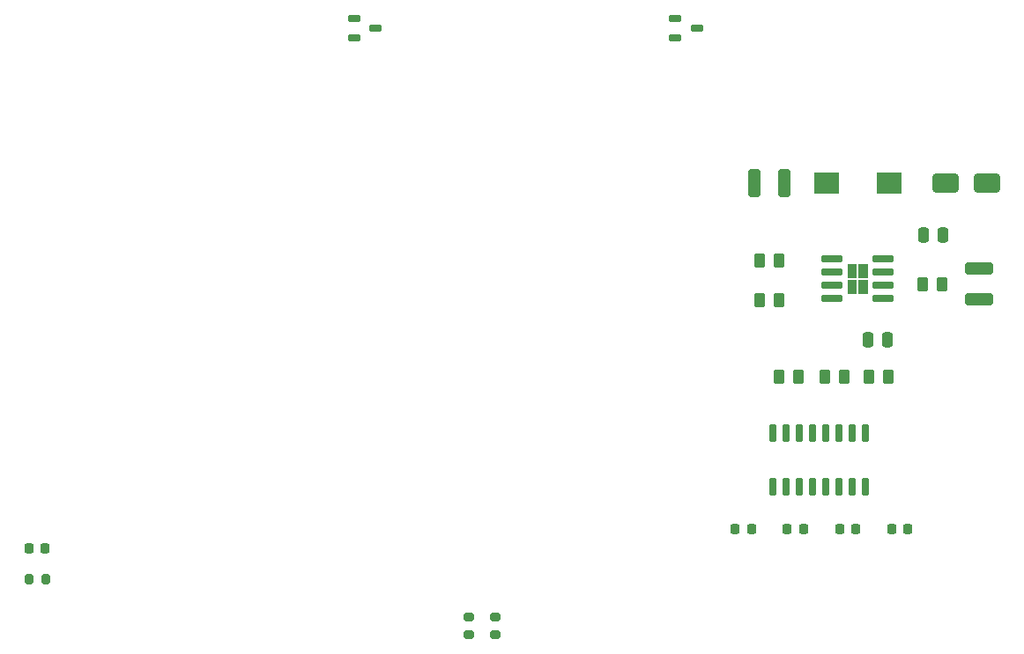
<source format=gbr>
%TF.GenerationSoftware,KiCad,Pcbnew,7.0.1-3b83917a11~172~ubuntu22.04.1*%
%TF.CreationDate,2023-04-16T23:39:10+09:00*%
%TF.ProjectId,pcb,7063622e-6b69-4636-9164-5f7063625858,rev?*%
%TF.SameCoordinates,Original*%
%TF.FileFunction,Paste,Top*%
%TF.FilePolarity,Positive*%
%FSLAX46Y46*%
G04 Gerber Fmt 4.6, Leading zero omitted, Abs format (unit mm)*
G04 Created by KiCad (PCBNEW 7.0.1-3b83917a11~172~ubuntu22.04.1) date 2023-04-16 23:39:10*
%MOMM*%
%LPD*%
G01*
G04 APERTURE LIST*
G04 Aperture macros list*
%AMRoundRect*
0 Rectangle with rounded corners*
0 $1 Rounding radius*
0 $2 $3 $4 $5 $6 $7 $8 $9 X,Y pos of 4 corners*
0 Add a 4 corners polygon primitive as box body*
4,1,4,$2,$3,$4,$5,$6,$7,$8,$9,$2,$3,0*
0 Add four circle primitives for the rounded corners*
1,1,$1+$1,$2,$3*
1,1,$1+$1,$4,$5*
1,1,$1+$1,$6,$7*
1,1,$1+$1,$8,$9*
0 Add four rect primitives between the rounded corners*
20,1,$1+$1,$2,$3,$4,$5,0*
20,1,$1+$1,$4,$5,$6,$7,0*
20,1,$1+$1,$6,$7,$8,$9,0*
20,1,$1+$1,$8,$9,$2,$3,0*%
G04 Aperture macros list end*
%ADD10C,0.010000*%
%ADD11RoundRect,0.150000X0.150000X-0.725000X0.150000X0.725000X-0.150000X0.725000X-0.150000X-0.725000X0*%
%ADD12RoundRect,0.200000X-0.275000X0.200000X-0.275000X-0.200000X0.275000X-0.200000X0.275000X0.200000X0*%
%ADD13RoundRect,0.225000X-0.225000X-0.250000X0.225000X-0.250000X0.225000X0.250000X-0.225000X0.250000X0*%
%ADD14RoundRect,0.250000X0.262500X0.450000X-0.262500X0.450000X-0.262500X-0.450000X0.262500X-0.450000X0*%
%ADD15RoundRect,0.250000X-0.262500X-0.450000X0.262500X-0.450000X0.262500X0.450000X-0.262500X0.450000X0*%
%ADD16RoundRect,0.250000X-0.250000X-0.475000X0.250000X-0.475000X0.250000X0.475000X-0.250000X0.475000X0*%
%ADD17RoundRect,0.250000X-1.100000X0.325000X-1.100000X-0.325000X1.100000X-0.325000X1.100000X0.325000X0*%
%ADD18RoundRect,0.200000X0.200000X0.275000X-0.200000X0.275000X-0.200000X-0.275000X0.200000X-0.275000X0*%
%ADD19R,2.450000X2.100000*%
%ADD20RoundRect,0.225000X0.225000X0.250000X-0.225000X0.250000X-0.225000X-0.250000X0.225000X-0.250000X0*%
%ADD21RoundRect,0.250000X-1.000000X-0.650000X1.000000X-0.650000X1.000000X0.650000X-1.000000X0.650000X0*%
%ADD22RoundRect,0.048800X-0.541200X-0.256200X0.541200X-0.256200X0.541200X0.256200X-0.541200X0.256200X0*%
%ADD23RoundRect,0.096000X-0.889000X-0.204000X0.889000X-0.204000X0.889000X0.204000X-0.889000X0.204000X0*%
%ADD24RoundRect,0.250000X0.325000X1.100000X-0.325000X1.100000X-0.325000X-1.100000X0.325000X-1.100000X0*%
G04 APERTURE END LIST*
%TO.C,U1*%
D10*
X102187800Y-48999140D02*
X101385528Y-48999140D01*
X101385528Y-47755800D01*
X102187800Y-47755800D01*
X102187800Y-48999140D01*
G36*
X102187800Y-48999140D02*
G01*
X101385528Y-48999140D01*
X101385528Y-47755800D01*
X102187800Y-47755800D01*
X102187800Y-48999140D01*
G37*
X102187800Y-47485509D02*
X101385781Y-47485509D01*
X101385781Y-46245800D01*
X102187800Y-46245800D01*
X102187800Y-47485509D01*
G36*
X102187800Y-47485509D02*
G01*
X101385781Y-47485509D01*
X101385781Y-46245800D01*
X102187800Y-46245800D01*
X102187800Y-47485509D01*
G37*
X103257800Y-48997940D02*
X102458009Y-48997940D01*
X102458009Y-47755800D01*
X103257800Y-47755800D01*
X103257800Y-48997940D01*
G36*
X103257800Y-48997940D02*
G01*
X102458009Y-48997940D01*
X102458009Y-47755800D01*
X103257800Y-47755800D01*
X103257800Y-48997940D01*
G37*
X103257800Y-47485387D02*
X102458213Y-47485387D01*
X102458213Y-46245800D01*
X103257800Y-46245800D01*
X103257800Y-47485387D01*
G36*
X103257800Y-47485387D02*
G01*
X102458213Y-47485387D01*
X102458213Y-46245800D01*
X103257800Y-46245800D01*
X103257800Y-47485387D01*
G37*
%TD*%
D11*
%TO.C,U3*%
X94169400Y-67606200D03*
X95439400Y-67606200D03*
X96709400Y-67606200D03*
X97979400Y-67606200D03*
X99249400Y-67606200D03*
X100519400Y-67606200D03*
X101789400Y-67606200D03*
X103059400Y-67606200D03*
X103059400Y-62456200D03*
X101789400Y-62456200D03*
X100519400Y-62456200D03*
X99249400Y-62456200D03*
X97979400Y-62456200D03*
X96709400Y-62456200D03*
X95439400Y-62456200D03*
X94169400Y-62456200D03*
%TD*%
D12*
%TO.C,R7*%
X67564000Y-80162400D03*
X67564000Y-81812400D03*
%TD*%
%TO.C,R8*%
X64998600Y-80162400D03*
X64998600Y-81812400D03*
%TD*%
D13*
%TO.C,C8*%
X105598800Y-71727200D03*
X107148800Y-71727200D03*
%TD*%
%TO.C,C9*%
X22745400Y-73558400D03*
X24295400Y-73558400D03*
%TD*%
%TO.C,C5*%
X95598800Y-71727200D03*
X97148800Y-71727200D03*
%TD*%
D14*
%TO.C,R2*%
X94779000Y-49654600D03*
X92954000Y-49654600D03*
%TD*%
D15*
%TO.C,R6*%
X99227800Y-57020600D03*
X101052800Y-57020600D03*
%TD*%
D16*
%TO.C,C3*%
X103328600Y-53513600D03*
X105228600Y-53513600D03*
%TD*%
D15*
%TO.C,R3*%
X108623900Y-48130600D03*
X110448900Y-48130600D03*
%TD*%
D17*
%TO.C,C1*%
X114006800Y-46655600D03*
X114006800Y-49605600D03*
%TD*%
D18*
%TO.C,R9*%
X24396200Y-76530200D03*
X22746200Y-76530200D03*
%TD*%
D14*
%TO.C,R4*%
X105267300Y-57020600D03*
X103442300Y-57020600D03*
%TD*%
D13*
%TO.C,C6*%
X100598800Y-71727200D03*
X102148800Y-71727200D03*
%TD*%
D15*
%TO.C,R5*%
X94833600Y-57020600D03*
X96658600Y-57020600D03*
%TD*%
D19*
%TO.C,L1*%
X105373600Y-38427800D03*
X99373600Y-38427800D03*
%TD*%
D20*
%TO.C,C7*%
X92148800Y-71727200D03*
X90598800Y-71727200D03*
%TD*%
D21*
%TO.C,D1*%
X110787600Y-38402400D03*
X114787600Y-38402400D03*
%TD*%
D22*
%TO.C,Q2*%
X84836000Y-22604800D03*
X84836000Y-24434800D03*
X86886000Y-23519800D03*
%TD*%
%TO.C,Q1*%
X53991400Y-22605400D03*
X53991400Y-24435400D03*
X56041400Y-23520400D03*
%TD*%
D16*
%TO.C,C2*%
X108662600Y-43431600D03*
X110562600Y-43431600D03*
%TD*%
D15*
%TO.C,R1*%
X92954000Y-45870000D03*
X94779000Y-45870000D03*
%TD*%
D23*
%TO.C,U1*%
X99847800Y-45715800D03*
X99847800Y-46985800D03*
X99847800Y-48255800D03*
X99847800Y-49525800D03*
X104797800Y-49525800D03*
X104797800Y-48255800D03*
X104797800Y-46985800D03*
X104797800Y-45715800D03*
%TD*%
D24*
%TO.C,C4*%
X95339600Y-38402400D03*
X92389600Y-38402400D03*
%TD*%
M02*

</source>
